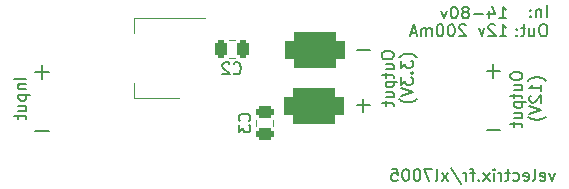
<source format=gbo>
G04 #@! TF.GenerationSoftware,KiCad,Pcbnew,(5.99.0-10682-g4bb4606811)*
G04 #@! TF.CreationDate,2021-06-09T14:52:47+02:00*
G04 #@! TF.ProjectId,xl7005-module,786c3730-3035-42d6-9d6f-64756c652e6b,rev?*
G04 #@! TF.SameCoordinates,Original*
G04 #@! TF.FileFunction,Legend,Bot*
G04 #@! TF.FilePolarity,Positive*
%FSLAX46Y46*%
G04 Gerber Fmt 4.6, Leading zero omitted, Abs format (unit mm)*
G04 Created by KiCad (PCBNEW (5.99.0-10682-g4bb4606811)) date 2021-06-09 14:52:47*
%MOMM*%
%LPD*%
G01*
G04 APERTURE LIST*
G04 Aperture macros list*
%AMRoundRect*
0 Rectangle with rounded corners*
0 $1 Rounding radius*
0 $2 $3 $4 $5 $6 $7 $8 $9 X,Y pos of 4 corners*
0 Add a 4 corners polygon primitive as box body*
4,1,4,$2,$3,$4,$5,$6,$7,$8,$9,$2,$3,0*
0 Add four circle primitives for the rounded corners*
1,1,$1+$1,$2,$3*
1,1,$1+$1,$4,$5*
1,1,$1+$1,$6,$7*
1,1,$1+$1,$8,$9*
0 Add four rect primitives between the rounded corners*
20,1,$1+$1,$2,$3,$4,$5,0*
20,1,$1+$1,$4,$5,$6,$7,0*
20,1,$1+$1,$6,$7,$8,$9,0*
20,1,$1+$1,$8,$9,$2,$3,0*%
G04 Aperture macros list end*
%ADD10C,0.150000*%
%ADD11C,0.200000*%
%ADD12C,0.120000*%
%ADD13RoundRect,0.250000X-0.475000X0.250000X-0.475000X-0.250000X0.475000X-0.250000X0.475000X0.250000X0*%
%ADD14RoundRect,0.250000X-0.250000X-0.475000X0.250000X-0.475000X0.250000X0.475000X-0.250000X0.475000X0*%
%ADD15RoundRect,0.750000X1.750000X-0.750000X1.750000X0.750000X-1.750000X0.750000X-1.750000X-0.750000X0*%
%ADD16RoundRect,0.750000X-1.750000X0.750000X-1.750000X-0.750000X1.750000X-0.750000X1.750000X0.750000X0*%
%ADD17C,1.400000*%
%ADD18R,3.500000X3.500000*%
%ADD19C,3.500000*%
%ADD20R,1.600000X1.600000*%
%ADD21C,1.600000*%
%ADD22R,2.000000X1.500000*%
%ADD23R,2.000000X3.800000*%
G04 APERTURE END LIST*
D10*
X160347380Y-63976190D02*
X160347380Y-64166666D01*
X160395000Y-64261904D01*
X160490238Y-64357142D01*
X160680714Y-64404761D01*
X161014047Y-64404761D01*
X161204523Y-64357142D01*
X161299761Y-64261904D01*
X161347380Y-64166666D01*
X161347380Y-63976190D01*
X161299761Y-63880952D01*
X161204523Y-63785714D01*
X161014047Y-63738095D01*
X160680714Y-63738095D01*
X160490238Y-63785714D01*
X160395000Y-63880952D01*
X160347380Y-63976190D01*
X160680714Y-65261904D02*
X161347380Y-65261904D01*
X160680714Y-64833333D02*
X161204523Y-64833333D01*
X161299761Y-64880952D01*
X161347380Y-64976190D01*
X161347380Y-65119047D01*
X161299761Y-65214285D01*
X161252142Y-65261904D01*
X160680714Y-65595238D02*
X160680714Y-65976190D01*
X160347380Y-65738095D02*
X161204523Y-65738095D01*
X161299761Y-65785714D01*
X161347380Y-65880952D01*
X161347380Y-65976190D01*
X160680714Y-66309523D02*
X161680714Y-66309523D01*
X160728333Y-66309523D02*
X160680714Y-66404761D01*
X160680714Y-66595238D01*
X160728333Y-66690476D01*
X160775952Y-66738095D01*
X160871190Y-66785714D01*
X161156904Y-66785714D01*
X161252142Y-66738095D01*
X161299761Y-66690476D01*
X161347380Y-66595238D01*
X161347380Y-66404761D01*
X161299761Y-66309523D01*
X160680714Y-67642857D02*
X161347380Y-67642857D01*
X160680714Y-67214285D02*
X161204523Y-67214285D01*
X161299761Y-67261904D01*
X161347380Y-67357142D01*
X161347380Y-67500000D01*
X161299761Y-67595238D01*
X161252142Y-67642857D01*
X160680714Y-67976190D02*
X160680714Y-68357142D01*
X160347380Y-68119047D02*
X161204523Y-68119047D01*
X161299761Y-68166666D01*
X161347380Y-68261904D01*
X161347380Y-68357142D01*
X163338333Y-64238095D02*
X163290714Y-64190476D01*
X163147857Y-64095238D01*
X163052619Y-64047619D01*
X162909761Y-64000000D01*
X162671666Y-63952380D01*
X162481190Y-63952380D01*
X162243095Y-64000000D01*
X162100238Y-64047619D01*
X162005000Y-64095238D01*
X161862142Y-64190476D01*
X161814523Y-64238095D01*
X161957380Y-64523809D02*
X161957380Y-65142857D01*
X162338333Y-64809523D01*
X162338333Y-64952380D01*
X162385952Y-65047619D01*
X162433571Y-65095238D01*
X162528809Y-65142857D01*
X162766904Y-65142857D01*
X162862142Y-65095238D01*
X162909761Y-65047619D01*
X162957380Y-64952380D01*
X162957380Y-64666666D01*
X162909761Y-64571428D01*
X162862142Y-64523809D01*
X162862142Y-65571428D02*
X162909761Y-65619047D01*
X162957380Y-65571428D01*
X162909761Y-65523809D01*
X162862142Y-65571428D01*
X162957380Y-65571428D01*
X161957380Y-65952380D02*
X161957380Y-66571428D01*
X162338333Y-66238095D01*
X162338333Y-66380952D01*
X162385952Y-66476190D01*
X162433571Y-66523809D01*
X162528809Y-66571428D01*
X162766904Y-66571428D01*
X162862142Y-66523809D01*
X162909761Y-66476190D01*
X162957380Y-66380952D01*
X162957380Y-66095238D01*
X162909761Y-66000000D01*
X162862142Y-65952380D01*
X161957380Y-66857142D02*
X162957380Y-67190476D01*
X161957380Y-67523809D01*
X163338333Y-67761904D02*
X163290714Y-67809523D01*
X163147857Y-67904761D01*
X163052619Y-67952380D01*
X162909761Y-68000000D01*
X162671666Y-68047619D01*
X162481190Y-68047619D01*
X162243095Y-68000000D01*
X162100238Y-67952380D01*
X162005000Y-67904761D01*
X161862142Y-67809523D01*
X161814523Y-67761904D01*
D11*
X170371428Y-70407142D02*
X169228571Y-70407142D01*
X159371428Y-68307142D02*
X158228571Y-68307142D01*
X158800000Y-68878571D02*
X158800000Y-67735714D01*
D10*
X175002380Y-74035714D02*
X174764285Y-74702380D01*
X174526190Y-74035714D01*
X173764285Y-74654761D02*
X173859523Y-74702380D01*
X174050000Y-74702380D01*
X174145238Y-74654761D01*
X174192857Y-74559523D01*
X174192857Y-74178571D01*
X174145238Y-74083333D01*
X174050000Y-74035714D01*
X173859523Y-74035714D01*
X173764285Y-74083333D01*
X173716666Y-74178571D01*
X173716666Y-74273809D01*
X174192857Y-74369047D01*
X173145238Y-74702380D02*
X173240476Y-74654761D01*
X173288095Y-74559523D01*
X173288095Y-73702380D01*
X172383333Y-74654761D02*
X172478571Y-74702380D01*
X172669047Y-74702380D01*
X172764285Y-74654761D01*
X172811904Y-74559523D01*
X172811904Y-74178571D01*
X172764285Y-74083333D01*
X172669047Y-74035714D01*
X172478571Y-74035714D01*
X172383333Y-74083333D01*
X172335714Y-74178571D01*
X172335714Y-74273809D01*
X172811904Y-74369047D01*
X171478571Y-74654761D02*
X171573809Y-74702380D01*
X171764285Y-74702380D01*
X171859523Y-74654761D01*
X171907142Y-74607142D01*
X171954761Y-74511904D01*
X171954761Y-74226190D01*
X171907142Y-74130952D01*
X171859523Y-74083333D01*
X171764285Y-74035714D01*
X171573809Y-74035714D01*
X171478571Y-74083333D01*
X171192857Y-74035714D02*
X170811904Y-74035714D01*
X171050000Y-73702380D02*
X171050000Y-74559523D01*
X171002380Y-74654761D01*
X170907142Y-74702380D01*
X170811904Y-74702380D01*
X170478571Y-74702380D02*
X170478571Y-74035714D01*
X170478571Y-74226190D02*
X170430952Y-74130952D01*
X170383333Y-74083333D01*
X170288095Y-74035714D01*
X170192857Y-74035714D01*
X169859523Y-74702380D02*
X169859523Y-74035714D01*
X169859523Y-73702380D02*
X169907142Y-73750000D01*
X169859523Y-73797619D01*
X169811904Y-73750000D01*
X169859523Y-73702380D01*
X169859523Y-73797619D01*
X169478571Y-74702380D02*
X168954761Y-74035714D01*
X169478571Y-74035714D02*
X168954761Y-74702380D01*
X168573809Y-74607142D02*
X168526190Y-74654761D01*
X168573809Y-74702380D01*
X168621428Y-74654761D01*
X168573809Y-74607142D01*
X168573809Y-74702380D01*
X168240476Y-74035714D02*
X167859523Y-74035714D01*
X168097619Y-74702380D02*
X168097619Y-73845238D01*
X168050000Y-73750000D01*
X167954761Y-73702380D01*
X167859523Y-73702380D01*
X167526190Y-74702380D02*
X167526190Y-74035714D01*
X167526190Y-74226190D02*
X167478571Y-74130952D01*
X167430952Y-74083333D01*
X167335714Y-74035714D01*
X167240476Y-74035714D01*
X166192857Y-73654761D02*
X167050000Y-74940476D01*
X165954761Y-74702380D02*
X165430952Y-74035714D01*
X165954761Y-74035714D02*
X165430952Y-74702380D01*
X164907142Y-74702380D02*
X165002380Y-74654761D01*
X165050000Y-74559523D01*
X165050000Y-73702380D01*
X164621428Y-73702380D02*
X163954761Y-73702380D01*
X164383333Y-74702380D01*
X163383333Y-73702380D02*
X163288095Y-73702380D01*
X163192857Y-73750000D01*
X163145238Y-73797619D01*
X163097619Y-73892857D01*
X163050000Y-74083333D01*
X163050000Y-74321428D01*
X163097619Y-74511904D01*
X163145238Y-74607142D01*
X163192857Y-74654761D01*
X163288095Y-74702380D01*
X163383333Y-74702380D01*
X163478571Y-74654761D01*
X163526190Y-74607142D01*
X163573809Y-74511904D01*
X163621428Y-74321428D01*
X163621428Y-74083333D01*
X163573809Y-73892857D01*
X163526190Y-73797619D01*
X163478571Y-73750000D01*
X163383333Y-73702380D01*
X162430952Y-73702380D02*
X162335714Y-73702380D01*
X162240476Y-73750000D01*
X162192857Y-73797619D01*
X162145238Y-73892857D01*
X162097619Y-74083333D01*
X162097619Y-74321428D01*
X162145238Y-74511904D01*
X162192857Y-74607142D01*
X162240476Y-74654761D01*
X162335714Y-74702380D01*
X162430952Y-74702380D01*
X162526190Y-74654761D01*
X162573809Y-74607142D01*
X162621428Y-74511904D01*
X162669047Y-74321428D01*
X162669047Y-74083333D01*
X162621428Y-73892857D01*
X162573809Y-73797619D01*
X162526190Y-73750000D01*
X162430952Y-73702380D01*
X161192857Y-73702380D02*
X161669047Y-73702380D01*
X161716666Y-74178571D01*
X161669047Y-74130952D01*
X161573809Y-74083333D01*
X161335714Y-74083333D01*
X161240476Y-74130952D01*
X161192857Y-74178571D01*
X161145238Y-74273809D01*
X161145238Y-74511904D01*
X161192857Y-74607142D01*
X161240476Y-74654761D01*
X161335714Y-74702380D01*
X161573809Y-74702380D01*
X161669047Y-74654761D01*
X161716666Y-74607142D01*
X170326190Y-62452380D02*
X170897619Y-62452380D01*
X170611904Y-62452380D02*
X170611904Y-61452380D01*
X170707142Y-61595238D01*
X170802380Y-61690476D01*
X170897619Y-61738095D01*
X169945238Y-61547619D02*
X169897619Y-61500000D01*
X169802380Y-61452380D01*
X169564285Y-61452380D01*
X169469047Y-61500000D01*
X169421428Y-61547619D01*
X169373809Y-61642857D01*
X169373809Y-61738095D01*
X169421428Y-61880952D01*
X169992857Y-62452380D01*
X169373809Y-62452380D01*
X169040476Y-61785714D02*
X168802380Y-62452380D01*
X168564285Y-61785714D01*
X167469047Y-61547619D02*
X167421428Y-61500000D01*
X167326190Y-61452380D01*
X167088095Y-61452380D01*
X166992857Y-61500000D01*
X166945238Y-61547619D01*
X166897619Y-61642857D01*
X166897619Y-61738095D01*
X166945238Y-61880952D01*
X167516666Y-62452380D01*
X166897619Y-62452380D01*
X166278571Y-61452380D02*
X166183333Y-61452380D01*
X166088095Y-61500000D01*
X166040476Y-61547619D01*
X165992857Y-61642857D01*
X165945238Y-61833333D01*
X165945238Y-62071428D01*
X165992857Y-62261904D01*
X166040476Y-62357142D01*
X166088095Y-62404761D01*
X166183333Y-62452380D01*
X166278571Y-62452380D01*
X166373809Y-62404761D01*
X166421428Y-62357142D01*
X166469047Y-62261904D01*
X166516666Y-62071428D01*
X166516666Y-61833333D01*
X166469047Y-61642857D01*
X166421428Y-61547619D01*
X166373809Y-61500000D01*
X166278571Y-61452380D01*
X165326190Y-61452380D02*
X165230952Y-61452380D01*
X165135714Y-61500000D01*
X165088095Y-61547619D01*
X165040476Y-61642857D01*
X164992857Y-61833333D01*
X164992857Y-62071428D01*
X165040476Y-62261904D01*
X165088095Y-62357142D01*
X165135714Y-62404761D01*
X165230952Y-62452380D01*
X165326190Y-62452380D01*
X165421428Y-62404761D01*
X165469047Y-62357142D01*
X165516666Y-62261904D01*
X165564285Y-62071428D01*
X165564285Y-61833333D01*
X165516666Y-61642857D01*
X165469047Y-61547619D01*
X165421428Y-61500000D01*
X165326190Y-61452380D01*
X164564285Y-62452380D02*
X164564285Y-61785714D01*
X164564285Y-61880952D02*
X164516666Y-61833333D01*
X164421428Y-61785714D01*
X164278571Y-61785714D01*
X164183333Y-61833333D01*
X164135714Y-61928571D01*
X164135714Y-62452380D01*
X164135714Y-61928571D02*
X164088095Y-61833333D01*
X163992857Y-61785714D01*
X163850000Y-61785714D01*
X163754761Y-61833333D01*
X163707142Y-61928571D01*
X163707142Y-62452380D01*
X163278571Y-62166666D02*
X162802380Y-62166666D01*
X163373809Y-62452380D02*
X163040476Y-61452380D01*
X162707142Y-62452380D01*
X170292857Y-60952380D02*
X170864285Y-60952380D01*
X170578571Y-60952380D02*
X170578571Y-59952380D01*
X170673809Y-60095238D01*
X170769047Y-60190476D01*
X170864285Y-60238095D01*
X169435714Y-60285714D02*
X169435714Y-60952380D01*
X169673809Y-59904761D02*
X169911904Y-60619047D01*
X169292857Y-60619047D01*
X168911904Y-60571428D02*
X168150000Y-60571428D01*
X167530952Y-60380952D02*
X167626190Y-60333333D01*
X167673809Y-60285714D01*
X167721428Y-60190476D01*
X167721428Y-60142857D01*
X167673809Y-60047619D01*
X167626190Y-60000000D01*
X167530952Y-59952380D01*
X167340476Y-59952380D01*
X167245238Y-60000000D01*
X167197619Y-60047619D01*
X167150000Y-60142857D01*
X167150000Y-60190476D01*
X167197619Y-60285714D01*
X167245238Y-60333333D01*
X167340476Y-60380952D01*
X167530952Y-60380952D01*
X167626190Y-60428571D01*
X167673809Y-60476190D01*
X167721428Y-60571428D01*
X167721428Y-60761904D01*
X167673809Y-60857142D01*
X167626190Y-60904761D01*
X167530952Y-60952380D01*
X167340476Y-60952380D01*
X167245238Y-60904761D01*
X167197619Y-60857142D01*
X167150000Y-60761904D01*
X167150000Y-60571428D01*
X167197619Y-60476190D01*
X167245238Y-60428571D01*
X167340476Y-60380952D01*
X166530952Y-59952380D02*
X166435714Y-59952380D01*
X166340476Y-60000000D01*
X166292857Y-60047619D01*
X166245238Y-60142857D01*
X166197619Y-60333333D01*
X166197619Y-60571428D01*
X166245238Y-60761904D01*
X166292857Y-60857142D01*
X166340476Y-60904761D01*
X166435714Y-60952380D01*
X166530952Y-60952380D01*
X166626190Y-60904761D01*
X166673809Y-60857142D01*
X166721428Y-60761904D01*
X166769047Y-60571428D01*
X166769047Y-60333333D01*
X166721428Y-60142857D01*
X166673809Y-60047619D01*
X166626190Y-60000000D01*
X166530952Y-59952380D01*
X165864285Y-60285714D02*
X165626190Y-60952380D01*
X165388095Y-60285714D01*
D11*
X159371428Y-63607142D02*
X158228571Y-63607142D01*
D10*
X130252380Y-66057142D02*
X129252380Y-66057142D01*
X129585714Y-66533333D02*
X130252380Y-66533333D01*
X129680952Y-66533333D02*
X129633333Y-66580952D01*
X129585714Y-66676190D01*
X129585714Y-66819047D01*
X129633333Y-66914285D01*
X129728571Y-66961904D01*
X130252380Y-66961904D01*
X129585714Y-67438095D02*
X130585714Y-67438095D01*
X129633333Y-67438095D02*
X129585714Y-67533333D01*
X129585714Y-67723809D01*
X129633333Y-67819047D01*
X129680952Y-67866666D01*
X129776190Y-67914285D01*
X130061904Y-67914285D01*
X130157142Y-67866666D01*
X130204761Y-67819047D01*
X130252380Y-67723809D01*
X130252380Y-67533333D01*
X130204761Y-67438095D01*
X129585714Y-68771428D02*
X130252380Y-68771428D01*
X129585714Y-68342857D02*
X130109523Y-68342857D01*
X130204761Y-68390476D01*
X130252380Y-68485714D01*
X130252380Y-68628571D01*
X130204761Y-68723809D01*
X130157142Y-68771428D01*
X129585714Y-69104761D02*
X129585714Y-69485714D01*
X129252380Y-69247619D02*
X130109523Y-69247619D01*
X130204761Y-69295238D01*
X130252380Y-69390476D01*
X130252380Y-69485714D01*
D11*
X170371428Y-65407142D02*
X169228571Y-65407142D01*
X169800000Y-65978571D02*
X169800000Y-64835714D01*
X132171428Y-65507142D02*
X131028571Y-65507142D01*
X131600000Y-66078571D02*
X131600000Y-64935714D01*
D10*
X171247380Y-65726190D02*
X171247380Y-65916666D01*
X171295000Y-66011904D01*
X171390238Y-66107142D01*
X171580714Y-66154761D01*
X171914047Y-66154761D01*
X172104523Y-66107142D01*
X172199761Y-66011904D01*
X172247380Y-65916666D01*
X172247380Y-65726190D01*
X172199761Y-65630952D01*
X172104523Y-65535714D01*
X171914047Y-65488095D01*
X171580714Y-65488095D01*
X171390238Y-65535714D01*
X171295000Y-65630952D01*
X171247380Y-65726190D01*
X171580714Y-67011904D02*
X172247380Y-67011904D01*
X171580714Y-66583333D02*
X172104523Y-66583333D01*
X172199761Y-66630952D01*
X172247380Y-66726190D01*
X172247380Y-66869047D01*
X172199761Y-66964285D01*
X172152142Y-67011904D01*
X171580714Y-67345238D02*
X171580714Y-67726190D01*
X171247380Y-67488095D02*
X172104523Y-67488095D01*
X172199761Y-67535714D01*
X172247380Y-67630952D01*
X172247380Y-67726190D01*
X171580714Y-68059523D02*
X172580714Y-68059523D01*
X171628333Y-68059523D02*
X171580714Y-68154761D01*
X171580714Y-68345238D01*
X171628333Y-68440476D01*
X171675952Y-68488095D01*
X171771190Y-68535714D01*
X172056904Y-68535714D01*
X172152142Y-68488095D01*
X172199761Y-68440476D01*
X172247380Y-68345238D01*
X172247380Y-68154761D01*
X172199761Y-68059523D01*
X171580714Y-69392857D02*
X172247380Y-69392857D01*
X171580714Y-68964285D02*
X172104523Y-68964285D01*
X172199761Y-69011904D01*
X172247380Y-69107142D01*
X172247380Y-69250000D01*
X172199761Y-69345238D01*
X172152142Y-69392857D01*
X171580714Y-69726190D02*
X171580714Y-70107142D01*
X171247380Y-69869047D02*
X172104523Y-69869047D01*
X172199761Y-69916666D01*
X172247380Y-70011904D01*
X172247380Y-70107142D01*
X174238333Y-66226190D02*
X174190714Y-66178571D01*
X174047857Y-66083333D01*
X173952619Y-66035714D01*
X173809761Y-65988095D01*
X173571666Y-65940476D01*
X173381190Y-65940476D01*
X173143095Y-65988095D01*
X173000238Y-66035714D01*
X172905000Y-66083333D01*
X172762142Y-66178571D01*
X172714523Y-66226190D01*
X173857380Y-67130952D02*
X173857380Y-66559523D01*
X173857380Y-66845238D02*
X172857380Y-66845238D01*
X173000238Y-66750000D01*
X173095476Y-66654761D01*
X173143095Y-66559523D01*
X172952619Y-67511904D02*
X172905000Y-67559523D01*
X172857380Y-67654761D01*
X172857380Y-67892857D01*
X172905000Y-67988095D01*
X172952619Y-68035714D01*
X173047857Y-68083333D01*
X173143095Y-68083333D01*
X173285952Y-68035714D01*
X173857380Y-67464285D01*
X173857380Y-68083333D01*
X172857380Y-68369047D02*
X173857380Y-68702380D01*
X172857380Y-69035714D01*
X174238333Y-69273809D02*
X174190714Y-69321428D01*
X174047857Y-69416666D01*
X173952619Y-69464285D01*
X173809761Y-69511904D01*
X173571666Y-69559523D01*
X173381190Y-69559523D01*
X173143095Y-69511904D01*
X173000238Y-69464285D01*
X172905000Y-69416666D01*
X172762142Y-69321428D01*
X172714523Y-69273809D01*
X174314404Y-60847380D02*
X174314404Y-59847380D01*
X173838214Y-60180714D02*
X173838214Y-60847380D01*
X173838214Y-60275952D02*
X173790595Y-60228333D01*
X173695357Y-60180714D01*
X173552500Y-60180714D01*
X173457261Y-60228333D01*
X173409642Y-60323571D01*
X173409642Y-60847380D01*
X172933452Y-60752142D02*
X172885833Y-60799761D01*
X172933452Y-60847380D01*
X172981071Y-60799761D01*
X172933452Y-60752142D01*
X172933452Y-60847380D01*
X172933452Y-60228333D02*
X172885833Y-60275952D01*
X172933452Y-60323571D01*
X172981071Y-60275952D01*
X172933452Y-60228333D01*
X172933452Y-60323571D01*
X174123928Y-61457380D02*
X173933452Y-61457380D01*
X173838214Y-61505000D01*
X173742976Y-61600238D01*
X173695357Y-61790714D01*
X173695357Y-62124047D01*
X173742976Y-62314523D01*
X173838214Y-62409761D01*
X173933452Y-62457380D01*
X174123928Y-62457380D01*
X174219166Y-62409761D01*
X174314404Y-62314523D01*
X174362023Y-62124047D01*
X174362023Y-61790714D01*
X174314404Y-61600238D01*
X174219166Y-61505000D01*
X174123928Y-61457380D01*
X172838214Y-61790714D02*
X172838214Y-62457380D01*
X173266785Y-61790714D02*
X173266785Y-62314523D01*
X173219166Y-62409761D01*
X173123928Y-62457380D01*
X172981071Y-62457380D01*
X172885833Y-62409761D01*
X172838214Y-62362142D01*
X172504880Y-61790714D02*
X172123928Y-61790714D01*
X172362023Y-61457380D02*
X172362023Y-62314523D01*
X172314404Y-62409761D01*
X172219166Y-62457380D01*
X172123928Y-62457380D01*
X171790595Y-62362142D02*
X171742976Y-62409761D01*
X171790595Y-62457380D01*
X171838214Y-62409761D01*
X171790595Y-62362142D01*
X171790595Y-62457380D01*
X171790595Y-61838333D02*
X171742976Y-61885952D01*
X171790595Y-61933571D01*
X171838214Y-61885952D01*
X171790595Y-61838333D01*
X171790595Y-61933571D01*
D11*
X132171428Y-70507142D02*
X131028571Y-70507142D01*
D10*
X149127142Y-69633333D02*
X149174761Y-69585714D01*
X149222380Y-69442857D01*
X149222380Y-69347619D01*
X149174761Y-69204761D01*
X149079523Y-69109523D01*
X148984285Y-69061904D01*
X148793809Y-69014285D01*
X148650952Y-69014285D01*
X148460476Y-69061904D01*
X148365238Y-69109523D01*
X148270000Y-69204761D01*
X148222380Y-69347619D01*
X148222380Y-69442857D01*
X148270000Y-69585714D01*
X148317619Y-69633333D01*
X148222380Y-69966666D02*
X148222380Y-70585714D01*
X148603333Y-70252380D01*
X148603333Y-70395238D01*
X148650952Y-70490476D01*
X148698571Y-70538095D01*
X148793809Y-70585714D01*
X149031904Y-70585714D01*
X149127142Y-70538095D01*
X149174761Y-70490476D01*
X149222380Y-70395238D01*
X149222380Y-70109523D01*
X149174761Y-70014285D01*
X149127142Y-69966666D01*
X147816666Y-65587142D02*
X147864285Y-65634761D01*
X148007142Y-65682380D01*
X148102380Y-65682380D01*
X148245238Y-65634761D01*
X148340476Y-65539523D01*
X148388095Y-65444285D01*
X148435714Y-65253809D01*
X148435714Y-65110952D01*
X148388095Y-64920476D01*
X148340476Y-64825238D01*
X148245238Y-64730000D01*
X148102380Y-64682380D01*
X148007142Y-64682380D01*
X147864285Y-64730000D01*
X147816666Y-64777619D01*
X147435714Y-64777619D02*
X147388095Y-64730000D01*
X147292857Y-64682380D01*
X147054761Y-64682380D01*
X146959523Y-64730000D01*
X146911904Y-64777619D01*
X146864285Y-64872857D01*
X146864285Y-64968095D01*
X146911904Y-65110952D01*
X147483333Y-65682380D01*
X146864285Y-65682380D01*
D12*
X149715000Y-69538748D02*
X149715000Y-70061252D01*
X151185000Y-69538748D02*
X151185000Y-70061252D01*
X147388748Y-64285000D02*
X147911252Y-64285000D01*
X147388748Y-62815000D02*
X147911252Y-62815000D01*
X139390000Y-60890000D02*
X139390000Y-62150000D01*
X139390000Y-67710000D02*
X139390000Y-66450000D01*
X143150000Y-67710000D02*
X139390000Y-67710000D01*
X145400000Y-60890000D02*
X139390000Y-60890000D01*
%LPC*%
D13*
X150450000Y-68850000D03*
X150450000Y-70750000D03*
D14*
X146700000Y-63550000D03*
X148600000Y-63550000D03*
D15*
X154700000Y-63600000D03*
D16*
X154650000Y-68350000D03*
D17*
X176500000Y-62500000D03*
X176500000Y-73500000D03*
D18*
X166500000Y-70500000D03*
D19*
X166500000Y-65500000D03*
D20*
X140200000Y-71417621D03*
D21*
X140200000Y-73917621D03*
D20*
X159300000Y-71567621D03*
D21*
X159300000Y-74067621D03*
D20*
X147150000Y-71417621D03*
D21*
X147150000Y-73917621D03*
D17*
X129500000Y-73500000D03*
X129500000Y-62500000D03*
D18*
X134500000Y-70500000D03*
D19*
X134500000Y-65500000D03*
D22*
X144450000Y-66600000D03*
X144450000Y-64300000D03*
D23*
X138150000Y-64300000D03*
D22*
X144450000Y-62000000D03*
M02*

</source>
